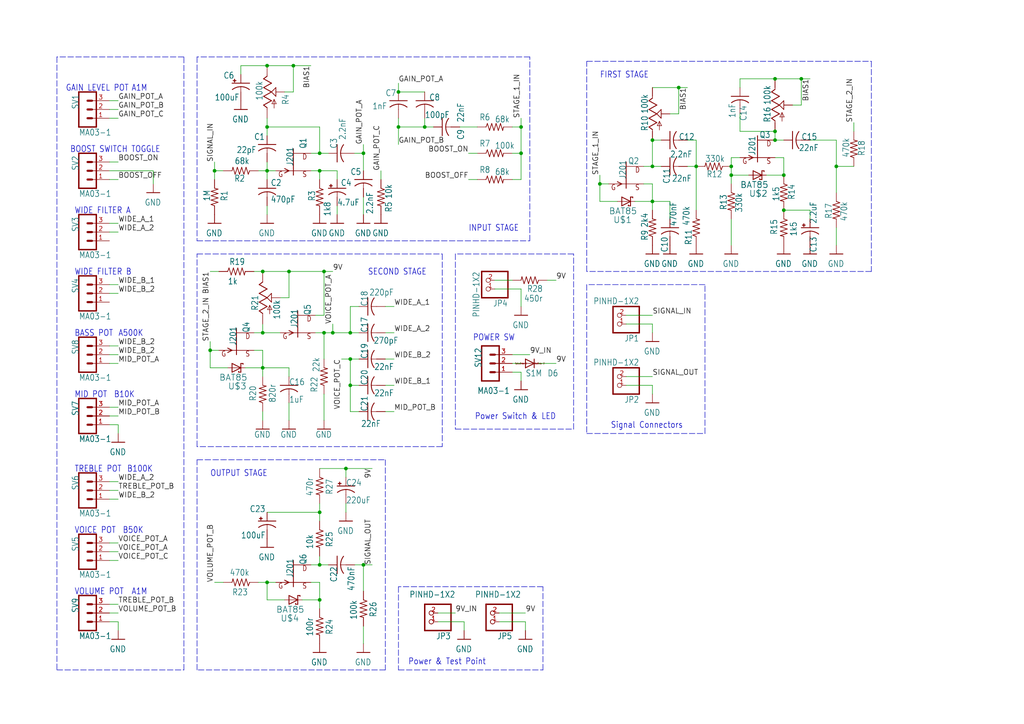
<source format=kicad_sch>
(kicad_sch (version 20211123) (generator eeschema)
  (paper "A4")
  (title_block (title "Pitch Black Forest") (date "2018-09-30") (rev "1") (company "Mustafa Serhat Urtis"))
  (junction (at 173.99 53.34))
  (junction (at 227.33 50.8))
  (junction (at 92.71 163.83))
  (junction (at 224.79 22.86))
  (junction (at 224.79 40.64))
  (junction (at 83.82 78.74))
  (junction (at 242.57 48.26))
  (junction (at 189.23 40.64))
  (junction (at 115.57 36.83))
  (junction (at 189.23 48.26))
  (junction (at 93.98 78.74))
  (junction (at 151.13 36.83))
  (junction (at 189.23 58.42))
  (junction (at 92.71 44.45))
  (junction (at 201.93 48.26))
  (junction (at 76.2 106.68))
  (junction (at 92.71 148.59))
  (junction (at 96.52 96.52))
  (junction (at 212.09 48.26))
  (junction (at 77.47 19.05))
  (junction (at 151.13 44.45))
  (junction (at 232.41 22.86))
  (junction (at 77.47 36.83))
  (junction (at 196.85 25.4))
  (junction (at 85.09 19.05))
  (junction (at 115.57 26.67))
  (junction (at 100.33 135.89))
  (junction (at 76.2 96.52))
  (junction (at 227.33 60.96))
  (junction (at 77.47 49.53))
  (junction (at 93.98 96.52))
  (junction (at 62.23 49.53))
  (junction (at 105.41 163.83))
  (junction (at 76.2 78.74))
  (junction (at 92.71 49.53))
  (junction (at 101.6 96.52))
  (junction (at 77.47 168.91))
  (junction (at 224.79 38.1))
  (junction (at 101.6 111.76))
  (junction (at 92.71 173.99))
  (junction (at 212.09 50.8))
  (junction (at 105.41 44.45))
  (junction (at 101.6 104.14))
  (junction (at 60.96 101.6))
  (junction (at 123.19 36.83))
  (wire (pts (xy 73.66 78.74) (xy 76.2 78.74)))
  (wire (pts (xy 201.93 60.96) (xy 201.93 48.26)))
  (wire (pts (xy 156.21 105.41) (xy 161.29 105.41)))
  (polyline (pts (xy 153.67 16.51) (xy 57.15 16.51)))
  (wire (pts (xy 76.2 101.6) (xy 73.66 101.6)))
  (wire (pts (xy 224.79 45.72) (xy 227.33 45.72)))
  (wire (pts (xy 31.75 162.56) (xy 34.29 162.56)))
  (wire (pts (xy 93.98 96.52) (xy 96.52 96.52)))
  (wire (pts (xy 224.79 38.1) (xy 224.79 40.64)))
  (wire (pts (xy 31.75 52.07) (xy 34.29 52.07)))
  (wire (pts (xy 31.75 34.29) (xy 34.29 34.29)))
  (wire (pts (xy 212.09 71.12) (xy 212.09 63.5)))
  (wire (pts (xy 90.17 44.45) (xy 92.71 44.45)))
  (wire (pts (xy 77.47 36.83) (xy 92.71 36.83)))
  (wire (pts (xy 115.57 36.83) (xy 115.57 34.29)))
  (wire (pts (xy 232.41 22.86) (xy 234.95 22.86)))
  (polyline (pts (xy 170.18 82.55) (xy 170.18 125.73)))
  (wire (pts (xy 101.6 111.76) (xy 104.14 111.76)))
  (wire (pts (xy 83.82 86.36) (xy 81.28 86.36)))
  (polyline (pts (xy 128.27 129.54) (xy 57.15 129.54)))
  (wire (pts (xy 76.2 106.68) (xy 76.2 101.6)))
  (wire (pts (xy 31.75 157.48) (xy 34.29 157.48)))
  (wire (pts (xy 76.2 78.74) (xy 83.82 78.74)))
  (wire (pts (xy 186.69 53.34) (xy 189.23 53.34)))
  (wire (pts (xy 104.14 88.9) (xy 101.6 88.9)))
  (wire (pts (xy 96.52 96.52) (xy 96.52 93.98)))
  (wire (pts (xy 173.99 53.34) (xy 173.99 50.8)))
  (wire (pts (xy 93.98 78.74) (xy 96.52 78.74)))
  (wire (pts (xy 217.17 50.8) (xy 212.09 50.8)))
  (wire (pts (xy 74.93 49.53) (xy 77.47 49.53)))
  (wire (pts (xy 31.75 49.53) (xy 44.45 49.53)))
  (polyline (pts (xy 166.37 73.66) (xy 132.08 73.66)))
  (wire (pts (xy 102.87 163.83) (xy 105.41 163.83)))
  (wire (pts (xy 31.75 85.09) (xy 34.29 85.09)))
  (polyline (pts (xy 111.76 194.31) (xy 57.15 194.31)))
  (polyline (pts (xy 57.15 69.85) (xy 153.67 69.85)))
  (wire (pts (xy 92.71 148.59) (xy 92.71 151.13)))
  (wire (pts (xy 82.55 173.99) (xy 77.47 173.99)))
  (wire (pts (xy 123.19 26.67) (xy 115.57 26.67)))
  (wire (pts (xy 62.23 52.07) (xy 62.23 49.53)))
  (wire (pts (xy 143.51 81.28) (xy 148.59 81.28)))
  (wire (pts (xy 133.35 36.83) (xy 138.43 36.83)))
  (wire (pts (xy 181.61 93.98) (xy 189.23 93.98)))
  (wire (pts (xy 77.47 19.05) (xy 69.85 19.05)))
  (wire (pts (xy 77.47 168.91) (xy 80.01 168.91)))
  (wire (pts (xy 105.41 163.83) (xy 105.41 171.45)))
  (polyline (pts (xy 153.67 69.85) (xy 153.67 16.51)))
  (polyline (pts (xy 53.34 194.31) (xy 53.34 16.51)))
  (wire (pts (xy 115.57 26.67) (xy 115.57 24.13)))
  (wire (pts (xy 31.75 175.26) (xy 34.29 175.26)))
  (wire (pts (xy 247.65 48.26) (xy 242.57 48.26)))
  (wire (pts (xy 148.59 102.87) (xy 153.67 102.87)))
  (wire (pts (xy 181.61 91.44) (xy 189.23 91.44)))
  (wire (pts (xy 173.99 58.42) (xy 179.07 58.42)))
  (wire (pts (xy 189.23 40.64) (xy 189.23 48.26)))
  (polyline (pts (xy 170.18 17.78) (xy 252.73 17.78)))
  (wire (pts (xy 83.82 109.22) (xy 83.82 106.68)))
  (wire (pts (xy 242.57 48.26) (xy 242.57 55.88)))
  (wire (pts (xy 151.13 36.83) (xy 151.13 44.45)))
  (wire (pts (xy 111.76 111.76) (xy 114.3 111.76)))
  (wire (pts (xy 92.71 44.45) (xy 95.25 44.45)))
  (polyline (pts (xy 128.27 73.66) (xy 128.27 129.54)))
  (polyline (pts (xy 115.57 170.18) (xy 115.57 194.31)))
  (wire (pts (xy 85.09 26.67) (xy 85.09 19.05)))
  (wire (pts (xy 77.47 49.53) (xy 80.01 49.53)))
  (wire (pts (xy 31.75 180.34) (xy 34.29 180.34)))
  (wire (pts (xy 31.75 100.33) (xy 34.29 100.33)))
  (polyline (pts (xy 204.47 125.73) (xy 204.47 82.55)))
  (wire (pts (xy 127 180.34) (xy 134.62 180.34)))
  (wire (pts (xy 234.95 60.96) (xy 234.95 63.5)))
  (wire (pts (xy 111.76 88.9) (xy 114.3 88.9)))
  (wire (pts (xy 152.4 180.34) (xy 152.4 182.88)))
  (wire (pts (xy 125.73 36.83) (xy 123.19 36.83)))
  (wire (pts (xy 101.6 96.52) (xy 104.14 96.52)))
  (wire (pts (xy 31.75 142.24) (xy 34.29 142.24)))
  (wire (pts (xy 31.75 46.99) (xy 34.29 46.99)))
  (wire (pts (xy 100.33 135.89) (xy 107.95 135.89)))
  (wire (pts (xy 31.75 139.7) (xy 34.29 139.7)))
  (wire (pts (xy 69.85 19.05) (xy 69.85 21.59)))
  (wire (pts (xy 212.09 45.72) (xy 214.63 45.72)))
  (wire (pts (xy 83.82 78.74) (xy 83.82 86.36)))
  (wire (pts (xy 148.59 52.07) (xy 151.13 52.07)))
  (wire (pts (xy 92.71 146.05) (xy 92.71 148.59)))
  (wire (pts (xy 184.15 58.42) (xy 189.23 58.42)))
  (wire (pts (xy 201.93 48.26) (xy 199.39 48.26)))
  (wire (pts (xy 191.77 40.64) (xy 189.23 40.64)))
  (wire (pts (xy 148.59 105.41) (xy 151.13 105.41)))
  (wire (pts (xy 85.09 19.05) (xy 90.17 19.05)))
  (wire (pts (xy 127 177.8) (xy 132.08 177.8)))
  (wire (pts (xy 60.96 101.6) (xy 63.5 101.6)))
  (wire (pts (xy 176.53 53.34) (xy 173.99 53.34)))
  (wire (pts (xy 222.25 50.8) (xy 227.33 50.8)))
  (wire (pts (xy 64.77 168.91) (xy 62.23 168.91)))
  (wire (pts (xy 96.52 96.52) (xy 101.6 96.52)))
  (wire (pts (xy 214.63 25.4) (xy 214.63 22.86)))
  (wire (pts (xy 92.71 173.99) (xy 92.71 176.53)))
  (wire (pts (xy 92.71 148.59) (xy 77.47 148.59)))
  (wire (pts (xy 77.47 59.69) (xy 77.47 62.23)))
  (wire (pts (xy 123.19 34.29) (xy 123.19 36.83)))
  (wire (pts (xy 62.23 49.53) (xy 62.23 46.99)))
  (wire (pts (xy 227.33 60.96) (xy 234.95 60.96)))
  (polyline (pts (xy 170.18 78.74) (xy 170.18 17.78)))
  (wire (pts (xy 105.41 163.83) (xy 107.95 163.83)))
  (wire (pts (xy 90.17 49.53) (xy 92.71 49.53)))
  (polyline (pts (xy 204.47 82.55) (xy 170.18 82.55)))
  (wire (pts (xy 151.13 107.95) (xy 151.13 110.49)))
  (wire (pts (xy 242.57 40.64) (xy 242.57 48.26)))
  (wire (pts (xy 189.23 58.42) (xy 189.23 60.96)))
  (wire (pts (xy 76.2 93.98) (xy 76.2 96.52)))
  (wire (pts (xy 74.93 168.91) (xy 77.47 168.91)))
  (polyline (pts (xy 157.48 194.31) (xy 157.48 170.18)))
  (wire (pts (xy 104.14 119.38) (xy 101.6 119.38)))
  (wire (pts (xy 144.78 177.8) (xy 152.4 177.8)))
  (wire (pts (xy 214.63 22.86) (xy 224.79 22.86)))
  (wire (pts (xy 158.75 81.28) (xy 161.29 81.28)))
  (wire (pts (xy 247.65 38.1) (xy 247.65 35.56)))
  (wire (pts (xy 229.87 30.48) (xy 232.41 30.48)))
  (polyline (pts (xy 132.08 124.46) (xy 166.37 124.46)))
  (wire (pts (xy 232.41 22.86) (xy 224.79 22.86)))
  (wire (pts (xy 148.59 107.95) (xy 151.13 107.95)))
  (wire (pts (xy 143.51 83.82) (xy 151.13 83.82)))
  (wire (pts (xy 31.75 177.8) (xy 34.29 177.8)))
  (wire (pts (xy 31.75 123.19) (xy 34.29 123.19)))
  (wire (pts (xy 189.23 111.76) (xy 189.23 114.3)))
  (polyline (pts (xy 132.08 73.66) (xy 132.08 124.46)))
  (wire (pts (xy 91.44 96.52) (xy 93.98 96.52)))
  (wire (pts (xy 144.78 180.34) (xy 152.4 180.34)))
  (wire (pts (xy 212.09 50.8) (xy 212.09 48.26)))
  (wire (pts (xy 66.04 106.68) (xy 60.96 106.68)))
  (wire (pts (xy 91.44 91.44) (xy 93.98 91.44)))
  (wire (pts (xy 111.76 96.52) (xy 114.3 96.52)))
  (polyline (pts (xy 115.57 194.31) (xy 157.48 194.31)))
  (wire (pts (xy 111.76 104.14) (xy 114.3 104.14)))
  (wire (pts (xy 151.13 44.45) (xy 148.59 44.45)))
  (polyline (pts (xy 57.15 129.54) (xy 57.15 73.66)))
  (wire (pts (xy 189.23 25.4) (xy 196.85 25.4)))
  (wire (pts (xy 97.79 49.53) (xy 97.79 52.07)))
  (wire (pts (xy 90.17 163.83) (xy 92.71 163.83)))
  (wire (pts (xy 101.6 104.14) (xy 99.06 104.14)))
  (wire (pts (xy 134.62 180.34) (xy 134.62 182.88)))
  (wire (pts (xy 85.09 19.05) (xy 77.47 19.05)))
  (wire (pts (xy 101.6 119.38) (xy 101.6 111.76)))
  (wire (pts (xy 189.23 53.34) (xy 189.23 58.42)))
  (wire (pts (xy 93.98 78.74) (xy 83.82 78.74)))
  (wire (pts (xy 77.47 173.99) (xy 77.47 168.91)))
  (wire (pts (xy 31.75 29.21) (xy 34.29 29.21)))
  (polyline (pts (xy 252.73 17.78) (xy 252.73 78.74)))
  (wire (pts (xy 111.76 119.38) (xy 114.3 119.38)))
  (wire (pts (xy 31.75 102.87) (xy 34.29 102.87)))
  (wire (pts (xy 92.71 49.53) (xy 97.79 49.53)))
  (wire (pts (xy 151.13 83.82) (xy 151.13 88.9)))
  (wire (pts (xy 77.47 52.07) (xy 77.47 49.53)))
  (wire (pts (xy 100.33 135.89) (xy 100.33 138.43)))
  (wire (pts (xy 92.71 49.53) (xy 92.71 52.07)))
  (wire (pts (xy 138.43 52.07) (xy 135.89 52.07)))
  (wire (pts (xy 60.96 106.68) (xy 60.96 101.6)))
  (wire (pts (xy 92.71 168.91) (xy 92.71 173.99)))
  (polyline (pts (xy 111.76 133.35) (xy 111.76 194.31)))
  (wire (pts (xy 101.6 88.9) (xy 101.6 96.52)))
  (wire (pts (xy 44.45 49.53) (xy 44.45 53.34)))
  (wire (pts (xy 105.41 44.45) (xy 105.41 49.53)))
  (polyline (pts (xy 157.48 170.18) (xy 115.57 170.18)))
  (polyline (pts (xy 57.15 16.51) (xy 57.15 69.85)))
  (polyline (pts (xy 170.18 125.73) (xy 204.47 125.73)))
  (polyline (pts (xy 16.51 194.31) (xy 53.34 194.31)))
  (wire (pts (xy 181.61 111.76) (xy 189.23 111.76)))
  (wire (pts (xy 196.85 25.4) (xy 199.39 25.4)))
  (wire (pts (xy 71.12 106.68) (xy 76.2 106.68)))
  (wire (pts (xy 93.98 96.52) (xy 93.98 104.14)))
  (wire (pts (xy 83.82 106.68) (xy 76.2 106.68)))
  (wire (pts (xy 105.41 44.45) (xy 105.41 41.91)))
  (wire (pts (xy 77.47 36.83) (xy 77.47 34.29)))
  (polyline (pts (xy 166.37 124.46) (xy 166.37 73.66)))
  (wire (pts (xy 212.09 48.26) (xy 212.09 45.72)))
  (wire (pts (xy 123.19 36.83) (xy 115.57 36.83)))
  (wire (pts (xy 31.75 64.77) (xy 34.29 64.77)))
  (wire (pts (xy 194.31 58.42) (xy 194.31 63.5)))
  (wire (pts (xy 100.33 146.05) (xy 100.33 148.59)))
  (wire (pts (xy 101.6 104.14) (xy 101.6 111.76)))
  (wire (pts (xy 234.95 40.64) (xy 242.57 40.64)))
  (wire (pts (xy 227.33 45.72) (xy 227.33 50.8)))
  (polyline (pts (xy 252.73 78.74) (xy 170.18 78.74)))
  (wire (pts (xy 31.75 31.75) (xy 34.29 31.75)))
  (wire (pts (xy 87.63 173.99) (xy 92.71 173.99)))
  (wire (pts (xy 102.87 44.45) (xy 105.41 44.45)))
  (wire (pts (xy 242.57 71.12) (xy 242.57 66.04)))
  (wire (pts (xy 31.75 82.55) (xy 34.29 82.55)))
  (wire (pts (xy 148.59 36.83) (xy 151.13 36.83)))
  (wire (pts (xy 151.13 36.83) (xy 151.13 34.29)))
  (polyline (pts (xy 16.51 16.51) (xy 16.51 194.31)))
  (wire (pts (xy 214.63 38.1) (xy 224.79 38.1)))
  (wire (pts (xy 93.98 91.44) (xy 93.98 78.74)))
  (wire (pts (xy 199.39 40.64) (xy 201.93 40.64)))
  (wire (pts (xy 31.75 144.78) (xy 34.29 144.78)))
  (wire (pts (xy 189.23 93.98) (xy 189.23 96.52)))
  (wire (pts (xy 92.71 36.83) (xy 92.71 44.45)))
  (wire (pts (xy 63.5 78.74) (xy 60.96 78.74)))
  (wire (pts (xy 173.99 53.34) (xy 173.99 58.42)))
  (wire (pts (xy 93.98 114.3) (xy 93.98 121.92)))
  (wire (pts (xy 92.71 163.83) (xy 95.25 163.83)))
  (wire (pts (xy 77.47 46.99) (xy 77.47 49.53)))
  (wire (pts (xy 31.75 105.41) (xy 34.29 105.41)))
  (wire (pts (xy 34.29 180.34) (xy 34.29 182.88)))
  (wire (pts (xy 92.71 135.89) (xy 100.33 135.89)))
  (wire (pts (xy 189.23 48.26) (xy 191.77 48.26)))
  (wire (pts (xy 224.79 40.64) (xy 227.33 40.64)))
  (wire (pts (xy 189.23 58.42) (xy 194.31 58.42)))
  (wire (pts (xy 105.41 181.61) (xy 105.41 186.69)))
  (wire (pts (xy 138.43 44.45) (xy 135.89 44.45)))
  (wire (pts (xy 92.71 161.29) (xy 92.71 163.83)))
  (wire (pts (xy 214.63 33.02) (xy 214.63 38.1)))
  (wire (pts (xy 82.55 26.67) (xy 85.09 26.67)))
  (wire (pts (xy 76.2 109.22) (xy 76.2 106.68)))
  (wire (pts (xy 181.61 109.22) (xy 189.23 109.22)))
  (wire (pts (xy 105.41 57.15) (xy 105.41 62.23)))
  (wire (pts (xy 31.75 118.11) (xy 34.29 118.11)))
  (wire (pts (xy 76.2 119.38) (xy 76.2 121.92)))
  (wire (pts (xy 97.79 59.69) (xy 97.79 62.23)))
  (wire (pts (xy 212.09 53.34) (xy 212.09 50.8)))
  (wire (pts (xy 110.49 52.07) (xy 110.49 49.53)))
  (wire (pts (xy 31.75 120.65) (xy 34.29 120.65)))
  (wire (pts (xy 31.75 67.31) (xy 34.29 67.31)))
  (wire (pts (xy 104.14 104.14) (xy 101.6 104.14)))
  (wire (pts (xy 186.69 48.26) (xy 189.23 48.26)))
  (wire (pts (xy 196.85 33.02) (xy 194.31 33.02)))
  (polyline (pts (xy 57.15 133.35) (xy 111.76 133.35)))
  (wire (pts (xy 90.17 168.91) (xy 92.71 168.91)))
  (wire (pts (xy 34.29 123.19) (xy 34.29 125.73)))
  (wire (pts (xy 76.2 96.52) (xy 81.28 96.52)))
  (wire (pts (xy 77.47 39.37) (xy 77.47 36.83)))
  (wire (pts (xy 31.75 160.02) (xy 34.29 160.02)))
  (wire (pts (xy 115.57 41.91) (xy 115.57 36.83)))
  (wire (pts (xy 73.66 96.52) (xy 76.2 96.52)))
  (polyline (pts (xy 53.34 16.51) (xy 16.51 16.51)))
  (wire (pts (xy 83.82 116.84) (xy 83.82 121.92)))
  (polyline (pts (xy 57.15 73.66) (xy 128.27 73.66)))
  (polyline (pts (xy 57.15 194.31) (xy 57.15 133.35)))
  (wire (pts (xy 201.93 40.64) (xy 201.93 48.26)))
  (wire (pts (xy 232.41 30.48) (xy 232.41 22.86)))
  (wire (pts (xy 196.85 25.4) (xy 196.85 33.02)))
  (wire (pts (xy 60.96 101.6) (xy 60.96 99.06)))
  (wire (pts (xy 62.23 49.53) (xy 64.77 49.53)))
  (wire (pts (xy 151.13 52.07) (xy 151.13 44.45)))
  (text "Signal Connectors" (at 198.12 124.46 180) (effects (font (size 1.778 1.5113)) (justify right bottom)))
  (text "TREBLE POT" (at 21.59 137.16 180) (effects (font (size 1.778 1.5113)) (justify left bottom)))
  (text "FIRST STAGE" (at 173.99 22.86 180) (effects (font (size 1.778 1.5113)) (justify left bottom)))
  (text "B50K" (at 35.56 154.94 180) (effects (font (size 1.778 1.5113)) (justify left bottom)))
  (text "BASS POT" (at 21.59 97.79 180) (effects (font (size 1.778 1.5113)) (justify left bottom)))
  (text "WIDE FILTER A" (at 21.59 62.23 180) (effects (font (size 1.778 1.5113)) (justify left bottom)))
  (text "VOLUME POT" (at 21.59 172.72 180) (effects (font (size 1.778 1.5113)) (justify left bottom)))
  (text "A1M" (at 38.1 172.72 180) (effects (font (size 1.778 1.5113)) (justify left bottom)))
  (text "VOICE POT" (at 21.59 154.94 180) (effects (font (size 1.778 1.5113)) (justify left bottom)))
  (text "A1M" (at 38.1 26.67 180) (effects (font (size 1.778 1.5113)) (justify left bottom)))
  (text "GAIN LEVEL POT" (at 19.05 26.67 180) (effects (font (size 1.778 1.5113)) (justify left bottom)))
  (text "SECOND STAGE" (at 106.68 80.01 180) (effects (font (size 1.778 1.5113)) (justify left bottom)))
  (text "B100K" (at 36.83 137.16 180) (effects (font (size 1.778 1.5113)) (justify left bottom)))
  (text "A500K" (at 34.29 97.79 180) (effects (font (size 1.778 1.5113)) (justify left bottom)))
  (text "MID POT" (at 21.59 115.57 180) (effects (font (size 1.778 1.5113)) (justify left bottom)))
  (text "Power & Test Point" (at 140.97 193.04 180) (effects (font (size 1.778 1.5113)) (justify right bottom)))
  (text "OUTPUT STAGE" (at 60.96 138.43 180) (effects (font (size 1.778 1.5113)) (justify left bottom)))
  (text "Power Switch & LED" (at 161.29 121.92 180) (effects (font (size 1.778 1.5113)) (justify right bottom)))
  (text "POWER SW" (at 137.16 99.06 180) (effects (font (size 1.778 1.5113)) (justify left bottom)))
  (text "BOOST SWITCH TOGGLE" (at 20.32 44.45 180) (effects (font (size 1.778 1.5113)) (justify left bottom)))
  (text "INPUT STAGE" (at 135.89 67.31 180) (effects (font (size 1.778 1.5113)) (justify left bottom)))
  (text "WIDE FILTER B" (at 21.59 80.01 180) (effects (font (size 1.778 1.5113)) (justify left bottom)))
  (text "B10K" (at 33.02 115.57 180) (effects (font (size 1.778 1.5113)) (justify left bottom)))
  (label "SIGNAL_OUT" (at 189.23 109.22 0) (effects (font (size 1.5 1.5))))
  (label "WIDE_B_2" (at 34.29 144.78 0) (effects (font (size 1.5 1.5))))
  (label "MID_POT_B" (at 34.29 120.65 0) (effects (font (size 1.5 1.5))))
  (label "GAIN_POT_A" (at 105.41 41.91 90) (effects (font (size 1.5 1.5))))
  (label "VOLUME_POT_B" (at 62.23 168.91 90) (effects (font (size 1.5 1.5))))
  (label "GAIN_POT_B" (at 115.57 41.91 0) (effects (font (size 1.5 1.5))))
  (label "BOOST_ON" (at 34.29 46.99 0) (effects (font (size 1.5 1.5))))
  (label "TREBLE_POT_B" (at 34.29 175.26 0) (effects (font (size 1.5 1.5))))
  (label "WIDE_A_2" (at 114.3 96.52 0) (effects (font (size 1.5 1.5))))
  (label "TREBLE_POT_B" (at 34.29 142.24 0) (effects (font (size 1.5 1.5))))
  (label "9V" (at 161.29 105.41 0) (effects (font (size 1.5 1.5))))
  (label "BIAS1" (at 60.96 78.74 270) (effects (font (size 1.5 1.5))))
  (label "9V_IN" (at 153.67 102.87 0) (effects (font (size 1.5 1.5))))
  (label "BOOST_ON" (at 135.89 44.45 180) (effects (font (size 1.5 1.5))))
  (label "SIGNAL_OUT" (at 107.95 163.83 90) (effects (font (size 1.5 1.5))))
  (label "BOOST_OFF" (at 135.89 52.07 180) (effects (font (size 1.5 1.5))))
  (label "VOICE_POT_A" (at 34.29 160.02 0) (effects (font (size 1.5 1.5))))
  (label "MID_POT_A" (at 34.29 118.11 0) (effects (font (size 1.5 1.5))))
  (label "STAGE_1_IN" (at 173.99 50.8 90) (effects (font (size 1.5 1.5))))
  (label "WIDE_A_1" (at 114.3 88.9 0) (effects (font (size 1.5 1.5))))
  (label "GAIN_POT_C" (at 34.29 34.29 0) (effects (font (size 1.5 1.5))))
  (label "STAGE_2_IN" (at 60.96 99.06 90) (effects (font (size 1.5 1.5))))
  (label "GAIN_POT_A" (at 115.57 24.13 0) (effects (font (size 1.5 1.5))))
  (label "WIDE_A_2" (at 34.29 139.7 0) (effects (font (size 1.5 1.5))))
  (label "STAGE_2_IN" (at 247.65 35.56 90) (effects (font (size 1.5 1.5))))
  (label "WIDE_A_2" (at 34.29 67.31 0) (effects (font (size 1.5 1.5))))
  (label "GAIN_POT_B" (at 34.29 31.75 0) (effects (font (size 1.5 1.5))))
  (label "VOICE_POT_A" (at 34.29 157.48 0) (effects (font (size 1.5 1.5))))
  (label "9V" (at 161.29 81.28 0) (effects (font (size 1.5 1.5))))
  (label "WIDE_B_2" (at 34.29 102.87 0) (effects (font (size 1.5 1.5))))
  (label "SIGNAL_IN" (at 189.23 91.44 0) (effects (font (size 1.5 1.5))))
  (label "9V" (at 152.4 177.8 0) (effects (font (size 1.5 1.5))))
  (label "BOOST_OFF" (at 34.29 52.07 0) (effects (font (size 1.5 1.5))))
  (label "VOICE_POT_C" (at 34.29 162.56 0) (effects (font (size 1.5 1.5))))
  (label "9V" (at 96.52 78.74 0) (effects (font (size 1.5 1.5))))
  (label "VOICE_POT_C" (at 99.06 104.14 270) (effects (font (size 1.5 1.5))))
  (label "WIDE_B_2" (at 34.29 85.09 0) (effects (font (size 1.5 1.5))))
  (label "WIDE_B_1" (at 114.3 111.76 0) (effects (font (size 1.5 1.5))))
  (label "GAIN_POT_A" (at 34.29 29.21 0) (effects (font (size 1.5 1.5))))
  (label "GAIN_POT_C" (at 110.49 49.53 90) (effects (font (size 1.5 1.5))))
  (label "BIAS1" (at 90.17 19.05 270) (effects (font (size 1.5 1.5))))
  (label "MID_POT_A" (at 34.29 105.41 0) (effects (font (size 1.5 1.5))))
  (label "VOLUME_POT_B" (at 34.29 177.8 0) (effects (font (size 1.5 1.5))))
  (label "BIAS1" (at 234.95 22.86 270) (effects (font (size 1.5 1.5))))
  (label "STAGE_1_IN" (at 151.13 34.29 90) (effects (font (size 1.5 1.5))))
  (label "MID_POT_B" (at 114.3 119.38 0) (effects (font (size 1.5 1.5))))
  (label "SIGNAL_IN" (at 62.23 46.99 90) (effects (font (size 1.5 1.5))))
  (label "WIDE_B_2" (at 114.3 104.14 0) (effects (font (size 1.5 1.5))))
  (label "9V" (at 107.95 135.89 270) (effects (font (size 1.5 1.5))))
  (label "WIDE_A_1" (at 34.29 64.77 0) (effects (font (size 1.5 1.5))))
  (label "BIAS1" (at 199.39 25.4 270) (effects (font (size 1.5 1.5))))
  (label "VOICE_POT_A" (at 96.52 93.98 90) (effects (font (size 1.5 1.5))))
  (label "9V_IN" (at 132.08 177.8 0) (effects (font (size 1.5 1.5))))
  (label "WIDE_B_1" (at 34.29 82.55 0) (effects (font (size 1.5 1.5))))
  (label "WIDE_B_2" (at 34.29 100.33 0) (effects (font (size 1.5 1.5))))
  (symbol (lib_id "pitch_black_forest_v01-eagle-import:BAT85") (at 219.71 50.8 0) (unit 1)
    (property "Reference" "U$2" (at 217.17 57.15 0) (effects (font (size 1.778 1.778)) (justify left bottom)))
    (property "Value" "BAT85" (at 214.63 54.61 0) (effects (font (size 1.778 1.778)) (justify left bottom)))
    (property "Footprint" "SOD68" (effects hide))
  )
  (symbol (lib_id "pitch_black_forest_v01-eagle-import:MA03-1") (at 24.13 85.09 0) (unit 1)
    (property "Reference" "SV4" (at 22.86 85.09 90) (effects (font (size 1.778 1.5113)) (justify left bottom)))
    (property "Value" "MA03-1" (at 22.86 92.71 0) (effects (font (size 1.778 1.5113)) (justify left bottom)))
    (property "Footprint" "MA03-1" (effects hide))
  )
  (symbol (lib_id "pitch_black_forest_v01-eagle-import:CPOL-USUD-10X10") (at 100.33 140.97 0) (unit 1)
    (property "Reference" "C24" (at 100.33 140.97 0) (effects (font (size 1.778 1.5113)) (justify left bottom)))
    (property "Value" "220uF" (at 100.33 146.05 0) (effects (font (size 1.778 1.5113)) (justify left bottom)))
    (property "Footprint" "UD-10X10_NICHICON" (effects hide))
  )
  (symbol (lib_id "pitch_black_forest_v01-eagle-import:GND") (at 134.62 185.42 0) (unit 1)
    (property "Reference" "#GND027" (effects hide))
    (property "Value" "GND" (at 132.08 189.23 0) (effects (font (size 1.778 1.5113)) (justify left bottom)))
  )
  (symbol (lib_id "pitch_black_forest_v01-eagle-import:GND") (at 97.79 64.77 0) (unit 1)
    (property "Reference" "#GND04" (effects hide))
    (property "Value" "GND" (at 95.25 68.58 0) (effects (font (size 1.778 1.5113)) (justify left bottom)))
  )
  (symbol (lib_id "pitch_black_forest_v01-eagle-import:R-US_R0805") (at 143.51 44.45 0) (unit 1)
    (property "Reference" "R7" (at 142.24 40.64 0) (effects (font (size 1.778 1.5113)) (justify right top)))
    (property "Value" "100k" (at 143.51 43.18 0) (effects (font (size 1.778 1.5113)) (justify left bottom)))
    (property "Footprint" "R0805" (effects hide))
  )
  (symbol (lib_id "pitch_black_forest_v01-eagle-import:R-US_R0805") (at 189.23 66.04 90) (unit 1)
    (property "Reference" "R9" (at 187.96 69.85 0) (effects (font (size 1.778 1.5113)) (justify left bottom)))
    (property "Value" "2k4" (at 187.96 66.04 0) (effects (font (size 1.778 1.5113)) (justify left bottom)))
    (property "Footprint" "R0805" (effects hide))
  )
  (symbol (lib_id "pitch_black_forest_v01-eagle-import:?20J") (at 86.36 93.98 0) (unit 1)
    (property "Reference" "Q5" (at 90.17 91.44 90) (effects (font (size 1.778 1.5113)) (justify left bottom)))
    (property "Value" "J201" (at 86.36 95.25 90) (effects (font (size 1.778 1.5113)) (justify left bottom)))
    (property "Footprint" "TO92" (effects hide))
  )
  (symbol (lib_id "pitch_black_forest_v01-eagle-import:?20J") (at 219.71 43.18 0) (unit 1)
    (property "Reference" "Q3" (at 223.52 38.1 0) (effects (font (size 1.778 1.5113)) (justify right top)))
    (property "Value" "J201" (at 217.17 39.37 90) (effects (font (size 1.778 1.5113)) (justify right top)))
    (property "Footprint" "TO92" (effects hide))
  )
  (symbol (lib_id "pitch_black_forest_v01-eagle-import:R-US_R0805") (at 69.85 49.53 180) (unit 1)
    (property "Reference" "R2" (at 71.12 50.8 0) (effects (font (size 1.778 1.5113)) (justify left bottom)))
    (property "Value" "68k" (at 72.39 45.72 0) (effects (font (size 1.778 1.5113)) (justify left bottom)))
    (property "Footprint" "R0805" (effects hide))
  )
  (symbol (lib_id "pitch_black_forest_v01-eagle-import:GND") (at 152.4 185.42 0) (unit 1)
    (property "Reference" "#GND028" (effects hide))
    (property "Value" "GND" (at 149.86 189.23 0) (effects (font (size 1.778 1.5113)) (justify left bottom)))
  )
  (symbol (lib_id "pitch_black_forest_v01-eagle-import:C-USC0805") (at 194.31 48.26 90) (unit 1)
    (property "Reference" "C11" (at 194.31 53.34 0) (effects (font (size 1.778 1.5113)) (justify left bottom)))
    (property "Value" "22nF" (at 200.66 50.8 90) (effects (font (size 1.778 1.5113)) (justify left bottom)))
    (property "Footprint" "C0805" (effects hide))
  )
  (symbol (lib_id "pitch_black_forest_v01-eagle-import:BAT85") (at 85.09 173.99 0) (unit 1)
    (property "Reference" "U$4" (at 81.28 180.34 0) (effects (font (size 1.778 1.778)) (justify left bottom)))
    (property "Value" "BAT85" (at 80.01 177.8 0) (effects (font (size 1.778 1.778)) (justify left bottom)))
    (property "Footprint" "SOD68" (effects hide))
  )
  (symbol (lib_id "pitch_black_forest_v01-eagle-import:GND") (at 189.23 116.84 0) (unit 1)
    (property "Reference" "#GND025" (effects hide))
    (property "Value" "GND" (at 186.69 120.65 0) (effects (font (size 1.778 1.5113)) (justify left bottom)))
  )
  (symbol (lib_id "pitch_black_forest_v01-eagle-import:C-USC0805") (at 97.79 163.83 90) (unit 1)
    (property "Reference" "C22" (at 97.79 168.91 0) (effects (font (size 1.778 1.5113)) (justify left bottom)))
    (property "Value" "470nF" (at 102.87 171.45 0) (effects (font (size 1.778 1.5113)) (justify left bottom)))
    (property "Footprint" "C0805" (effects hide))
  )
  (symbol (lib_id "pitch_black_forest_v01-eagle-import:GND") (at 194.31 73.66 0) (unit 1)
    (property "Reference" "#GND010" (effects hide))
    (property "Value" "GND" (at 191.77 77.47 0) (effects (font (size 1.778 1.5113)) (justify left bottom)))
  )
  (symbol (lib_id "pitch_black_forest_v01-eagle-import:GND") (at 77.47 158.75 0) (unit 1)
    (property "Reference" "#GND021" (effects hide))
    (property "Value" "GND" (at 74.93 162.56 0) (effects (font (size 1.778 1.5113)) (justify left bottom)))
  )
  (symbol (lib_id "pitch_black_forest_v01-eagle-import:PINHD-1X2") (at 124.46 177.8 180) (unit 1)
    (property "Reference" "JP3" (at 130.81 183.515 0) (effects (font (size 1.778 1.5113)) (justify left bottom)))
    (property "Value" "PINHD-1X2" (at 132.08 171.45 0) (effects (font (size 1.778 1.5113)) (justify left bottom)))
    (property "Footprint" "1X02" (effects hide))
  )
  (symbol (lib_id "pitch_black_forest_v01-eagle-import:C-USC0805") (at 229.87 40.64 90) (unit 1)
    (property "Reference" "C15" (at 232.41 40.64 90) (effects (font (size 1.778 1.5113)) (justify right top)))
    (property "Value" "22nF" (at 237.49 41.91 90) (effects (font (size 1.778 1.5113)) (justify left bottom)))
    (property "Footprint" "C0805" (effects hide))
  )
  (symbol (lib_id "pitch_black_forest_v01-eagle-import:C-USC0805") (at 115.57 29.21 0) (unit 1)
    (property "Reference" "C7" (at 111.76 27.94 0) (effects (font (size 1.778 1.5113)) (justify left bottom)))
    (property "Value" "1nF" (at 107.95 31.75 0) (effects (font (size 1.778 1.5113)) (justify left bottom)))
    (property "Footprint" "C0805" (effects hide))
  )
  (symbol (lib_id "pitch_black_forest_v01-eagle-import:?20J") (at 181.61 50.8 0) (unit 1)
    (property "Reference" "Q2" (at 185.42 45.72 0) (effects (font (size 1.778 1.5113)) (justify right top)))
    (property "Value" "J201" (at 181.61 52.07 90) (effects (font (size 1.778 1.5113)) (justify left bottom)))
    (property "Footprint" "TO92" (effects hide))
  )
  (symbol (lib_id "pitch_black_forest_v01-eagle-import:GND") (at 69.85 31.75 0) (unit 1)
    (property "Reference" "#GND06" (effects hide))
    (property "Value" "GND" (at 67.31 35.56 0) (effects (font (size 1.778 1.5113)) (justify left bottom)))
  )
  (symbol (lib_id "pitch_black_forest_v01-eagle-import:R-US_R0805") (at 92.71 156.21 270) (unit 1)
    (property "Reference" "R25" (at 96.52 158.75 0) (effects (font (size 1.778 1.5113)) (justify right top)))
    (property "Value" "10k" (at 88.9 154.94 0) (effects (font (size 1.778 1.5113)) (justify left bottom)))
    (property "Footprint" "R0805" (effects hide))
  )
  (symbol (lib_id "pitch_black_forest_v01-eagle-import:PINHD-1X2") (at 179.07 109.22 180) (unit 1)
    (property "Reference" "JP2" (at 185.42 114.935 0) (effects (font (size 1.778 1.5113)) (justify left bottom)))
    (property "Value" "PINHD-1X2" (at 185.42 104.14 0) (effects (font (size 1.778 1.5113)) (justify left bottom)))
    (property "Footprint" "1X02" (effects hide))
  )
  (symbol (lib_id "pitch_black_forest_v01-eagle-import:S1M") (at 153.67 105.41 0) (unit 1)
    (property "Reference" "D6" (at 158.75 109.22 0) (effects (font (size 1.778 1.5113)) (justify left bottom)))
    (property "Value" "S1M" (at 152.4 109.22 0) (effects (font (size 1.778 1.5113)) (justify left bottom)))
    (property "Footprint" "SMA" (effects hide))
  )
  (symbol (lib_id "pitch_black_forest_v01-eagle-import:GND") (at 92.71 189.23 0) (unit 1)
    (property "Reference" "#GND023" (effects hide))
    (property "Value" "GND" (at 90.17 193.04 0) (effects (font (size 1.778 1.5113)) (justify left bottom)))
  )
  (symbol (lib_id "pitch_black_forest_v01-eagle-import:R-US_R0805") (at 92.71 140.97 270) (unit 1)
    (property "Reference" "R27" (at 96.52 143.51 0) (effects (font (size 1.778 1.5113)) (justify right top)))
    (property "Value" "470r" (at 88.9 138.43 0) (effects (font (size 1.778 1.5113)) (justify left bottom)))
    (property "Footprint" "R0805" (effects hide))
  )
  (symbol (lib_id "pitch_black_forest_v01-eagle-import:GND") (at 34.29 185.42 0) (unit 1)
    (property "Reference" "#GND020" (effects hide))
    (property "Value" "GND" (at 31.75 189.23 0) (effects (font (size 1.778 1.5113)) (justify left bottom)))
  )
  (symbol (lib_id "pitch_black_forest_v01-eagle-import:GND") (at 77.47 64.77 0) (unit 1)
    (property "Reference" "#GND02" (effects hide))
    (property "Value" "GND" (at 74.93 68.58 0) (effects (font (size 1.778 1.5113)) (justify left bottom)))
  )
  (symbol (lib_id "pitch_black_forest_v01-eagle-import:R-US_R0805") (at 92.71 181.61 270) (unit 1)
    (property "Reference" "R24" (at 96.52 184.15 0) (effects (font (size 1.778 1.5113)) (justify right top)))
    (property "Value" "100r" (at 88.9 179.07 0) (effects (font (size 1.778 1.5113)) (justify left bottom)))
    (property "Footprint" "R0805" (effects hide))
  )
  (symbol (lib_id "pitch_black_forest_v01-eagle-import:C-USC0805") (at 106.68 104.14 90) (unit 1)
    (property "Reference" "C19" (at 106.68 104.14 0) (effects (font (size 1.778 1.5113)) (justify left bottom)))
    (property "Value" "22nF" (at 114.3 105.41 90) (effects (font (size 1.778 1.5113)) (justify left bottom)))
    (property "Footprint" "C0805" (effects hide))
  )
  (symbol (lib_id "pitch_black_forest_v01-eagle-import:R-US_R0805") (at 93.98 109.22 90) (unit 1)
    (property "Reference" "R22" (at 90.17 109.22 0) (effects (font (size 1.778 1.5113)) (justify right top)))
    (property "Value" "22k" (at 92.71 107.95 0) (effects (font (size 1.778 1.5113)) (justify left bottom)))
    (property "Footprint" "R0805" (effects hide))
  )
  (symbol (lib_id "pitch_black_forest_v01-eagle-import:?20J") (at 68.58 99.06 0) (unit 1)
    (property "Reference" "Q4" (at 72.39 96.52 90) (effects (font (size 1.778 1.5113)) (justify left bottom)))
    (property "Value" "J201" (at 68.58 100.33 90) (effects (font (size 1.778 1.5113)) (justify left bottom)))
    (property "Footprint" "TO92" (effects hide))
  )
  (symbol (lib_id "pitch_black_forest_v01-eagle-import:GND") (at 234.95 73.66 0) (unit 1)
    (property "Reference" "#GND013" (effects hide))
    (property "Value" "GND" (at 232.41 77.47 0) (effects (font (size 1.778 1.5113)) (justify left bottom)))
  )
  (symbol (lib_id "pitch_black_forest_v01-eagle-import:?20J") (at 85.09 166.37 0) (unit 1)
    (property "Reference" "Q6" (at 88.9 163.83 90) (effects (font (size 1.778 1.5113)) (justify left bottom)))
    (property "Value" "J201" (at 85.09 167.64 90) (effects (font (size 1.778 1.5113)) (justify left bottom)))
    (property "Footprint" "TO92" (effects hide))
  )
  (symbol (lib_id "pitch_black_forest_v01-eagle-import:C-USC0805") (at 194.31 40.64 90) (unit 1)
    (property "Reference" "C12" (at 196.85 40.64 90) (effects (font (size 1.778 1.5113)) (justify right top)))
    (property "Value" "2.2nF" (at 194.31 45.72 90) (effects (font (size 1.778 1.5113)) (justify right top)))
    (property "Footprint" "C0805" (effects hide))
  )
  (symbol (lib_id "pitch_black_forest_v01-eagle-import:GND") (at 105.41 64.77 0) (unit 1)
    (property "Reference" "#GND05" (effects hide))
    (property "Value" "GND" (at 102.87 68.58 0) (effects (font (size 1.778 1.5113)) (justify left bottom)))
  )
  (symbol (lib_id "pitch_black_forest_v01-eagle-import:PINHD-1X2") (at 142.24 177.8 180) (unit 1)
    (property "Reference" "JP5" (at 148.59 183.515 0) (effects (font (size 1.778 1.5113)) (justify left bottom)))
    (property "Value" "PINHD-1X2" (at 151.13 171.45 0) (effects (font (size 1.778 1.5113)) (justify left bottom)))
    (property "Footprint" "1X02" (effects hide))
  )
  (symbol (lib_id "pitch_black_forest_v01-eagle-import:GND") (at 76.2 124.46 0) (unit 1)
    (property "Reference" "#GND016" (effects hide))
    (property "Value" "GND" (at 73.66 127 0) (effects (font (size 1.778 1.5113)) (justify left bottom)))
  )
  (symbol (lib_id "pitch_black_forest_v01-eagle-import:MA03-1") (at 24.13 102.87 0) (unit 1)
    (property "Reference" "SV8" (at 22.86 102.87 90) (effects (font (size 1.778 1.5113)) (justify left bottom)))
    (property "Value" "MA03-1" (at 22.86 110.49 0) (effects (font (size 1.778 1.5113)) (justify left bottom)))
    (property "Footprint" "MA03-1" (effects hide))
  )
  (symbol (lib_id "pitch_black_forest_v01-eagle-import:GND") (at 34.29 128.27 0) (unit 1)
    (property "Reference" "#GND019" (effects hide))
    (property "Value" "GND" (at 31.75 132.08 0) (effects (font (size 1.778 1.5113)) (justify left bottom)))
  )
  (symbol (lib_id "pitch_black_forest_v01-eagle-import:R-US_R0805") (at 242.57 60.96 270) (unit 1)
    (property "Reference" "R17" (at 241.3 63.5 0) (effects (font (size 1.778 1.5113)) (justify right top)))
    (property "Value" "470k" (at 243.84 58.42 0) (effects (font (size 1.778 1.5113)) (justify left bottom)))
    (property "Footprint" "R0805" (effects hide))
  )
  (symbol (lib_id "pitch_black_forest_v01-eagle-import:PINHD-1X2") (at 140.97 81.28 180) (unit 1)
    (property "Reference" "JP4" (at 147.32 86.995 0) (effects (font (size 1.778 1.5113)) (justify left bottom)))
    (property "Value" "PINHD-1X2" (at 137.16 78.74 90) (effects (font (size 1.778 1.5113)) (justify left bottom)))
    (property "Footprint" "1X02" (effects hide))
  )
  (symbol (lib_id "pitch_black_forest_v01-eagle-import:BAT85") (at 68.58 106.68 0) (unit 1)
    (property "Reference" "U$3" (at 66.04 113.03 0) (effects (font (size 1.778 1.778)) (justify left bottom)))
    (property "Value" "BAT85" (at 63.5 110.49 0) (effects (font (size 1.778 1.778)) (justify left bottom)))
    (property "Footprint" "SOD68" (effects hide))
  )
  (symbol (lib_id "pitch_black_forest_v01-eagle-import:GND") (at 189.23 73.66 0) (unit 1)
    (property "Reference" "#GND09" (effects hide))
    (property "Value" "GND" (at 186.69 77.47 0) (effects (font (size 1.778 1.5113)) (justify left bottom)))
  )
  (symbol (lib_id "pitch_black_forest_v01-eagle-import:C-USC0805") (at 214.63 27.94 0) (unit 1)
    (property "Reference" "C14" (at 214.63 30.48 90) (effects (font (size 1.778 1.5113)) (justify right top)))
    (property "Value" "1nF" (at 213.36 34.29 90) (effects (font (size 1.778 1.5113)) (justify left bottom)))
    (property "Footprint" "C0805" (effects hide))
  )
  (symbol (lib_id "pitch_black_forest_v01-eagle-import:GND") (at 92.71 64.77 0) (unit 1)
    (property "Reference" "#GND03" (effects hide))
    (property "Value" "GND" (at 90.17 68.58 0) (effects (font (size 1.778 1.5113)) (justify left bottom)))
  )
  (symbol (lib_id "pitch_black_forest_v01-eagle-import:C-USC0805") (at 77.47 41.91 0) (unit 1)
    (property "Reference" "C1" (at 73.66 40.64 0) (effects (font (size 1.778 1.5113)) (justify left bottom)))
    (property "Value" "22pF" (at 68.58 44.45 0) (effects (font (size 1.778 1.5113)) (justify left bottom)))
    (property "Footprint" "C0805" (effects hide))
  )
  (symbol (lib_id "pitch_black_forest_v01-eagle-import:TRIM_US-RJ9W") (at 189.23 33.02 0) (unit 1)
    (property "Reference" "R10" (at 187.96 38.1 90) (effects (font (size 1.778 1.5113)) (justify left bottom)))
    (property "Value" "100k" (at 187.96 33.02 90) (effects (font (size 1.778 1.5113)) (justify left bottom)))
    (property "Footprint" "RJ9W" (effects hide))
  )
  (symbol (lib_id "pitch_black_forest_v01-eagle-import:R-US_R0805") (at 143.51 52.07 0) (unit 1)
    (property "Reference" "R8" (at 142.24 48.26 0) (effects (font (size 1.778 1.5113)) (justify right top)))
    (property "Value" "68k" (at 143.51 50.8 0) (effects (font (size 1.778 1.5113)) (justify left bottom)))
    (property "Footprint" "R0805" (effects hide))
  )
  (symbol (lib_id "pitch_black_forest_v01-eagle-import:MA03-1") (at 24.13 177.8 0) (unit 1)
    (property "Reference" "SV9" (at 22.86 177.8 90) (effects (font (size 1.778 1.5113)) (justify left bottom)))
    (property "Value" "MA03-1" (at 22.86 185.42 0) (effects (font (size 1.778 1.5113)) (justify left bottom)))
    (property "Footprint" "MA03-1" (effects hide))
  )
  (symbol (lib_id "pitch_black_forest_v01-eagle-import:R-US_R0805") (at 201.93 66.04 90) (unit 1)
    (property "Reference" "R11" (at 200.66 71.12 0) (effects (font (size 1.778 1.5113)) (justify left bottom)))
    (property "Value" "470k" (at 198.12 59.69 0) (effects (font (size 1.778 1.5113)) (justify right top)))
    (property "Footprint" "R0805" (effects hide))
  )
  (symbol (lib_id "pitch_black_forest_v01-eagle-import:R-US_R0805") (at 110.49 57.15 270) (unit 1)
    (property "Reference" "R5" (at 111.76 58.42 0) (effects (font (size 1.778 1.5113)) (justify left bottom)))
    (property "Value" "10k" (at 111.76 53.34 0) (effects (font (size 1.778 1.5113)) (justify left bottom)))
    (property "Footprint" "R0805" (effects hide))
  )
  (symbol (lib_id "pitch_black_forest_v01-eagle-import:R-US_R0805") (at 105.41 176.53 270) (unit 1)
    (property "Reference" "R26" (at 109.22 179.07 0) (effects (font (size 1.778 1.5113)) (justify right top)))
    (property "Value" "100k" (at 101.6 173.99 0) (effects (font (size 1.778 1.5113)) (justify left bottom)))
    (property "Footprint" "R0805" (effects hide))
  )
  (symbol (lib_id "pitch_black_forest_v01-eagle-import:CPOL-USUD-4X5,8") (at 234.95 66.04 0) (unit 1)
    (property "Reference" "C13" (at 234.95 68.58 90) (effects (font (size 1.778 1.5113)) (justify right top)))
    (property "Value" "2.2uF" (at 234.95 58.42 90) (effects (font (size 1.778 1.5113)) (justify right top)))
    (property "Footprint" "UD-4X5,8_NICHICON" (effects hide))
  )
  (symbol (lib_id "pitch_black_forest_v01-eagle-import:R-US_R0805") (at 62.23 57.15 90) (unit 1)
    (property "Reference" "R1" (at 66.04 58.42 0) (effects (font (size 1.778 1.5113)) (justify left bottom)))
    (property "Value" "1M" (at 60.96 58.42 0) (effects (font (size 1.778 1.5113)) (justify left bottom)))
    (property "Footprint" "R0805" (effects hide))
  )
  (symbol (lib_id "pitch_black_forest_v01-eagle-import:C-USC0805") (at 106.68 119.38 90) (unit 1)
    (property "Reference" "C21" (at 106.68 119.38 0) (effects (font (size 1.778 1.5113)) (justify left bottom)))
    (property "Value" "22nF" (at 110.49 121.92 90) (effects (font (size 1.778 1.5113)) (justify left bottom)))
    (property "Footprint" "C0805" (effects hide))
  )
  (symbol (lib_id "pitch_black_forest_v01-eagle-import:CPOL-USUD-4X5,8") (at 97.79 54.61 0) (unit 1)
    (property "Reference" "C4" (at 98.806 53.975 0) (effects (font (size 1.778 1.5113)) (justify left bottom)))
    (property "Value" "4.7uF" (at 97.79 59.69 0) (effects (font (size 1.778 1.5113)) (justify left bottom)))
    (property "Footprint" "UD-4X5,8_NICHICON" (effects hide))
  )
  (symbol (lib_id "pitch_black_forest_v01-eagle-import:GND") (at 62.23 64.77 0) (unit 1)
    (property "Reference" "#GND01" (effects hide))
    (property "Value" "GND" (at 59.69 68.58 0) (effects (font (size 1.778 1.5113)) (justify left bottom)))
  )
  (symbol (lib_id "pitch_black_forest_v01-eagle-import:R-US_R0805") (at 68.58 78.74 0) (unit 1)
    (property "Reference" "R19" (at 71.12 74.93 0) (effects (font (size 1.778 1.5113)) (justify right top)))
    (property "Value" "1k" (at 66.04 82.55 0) (effects (font (size 1.778 1.5113)) (justify left bottom)))
    (property "Footprint" "R0805" (effects hide))
  )
  (symbol (lib_id "pitch_black_forest_v01-eagle-import:R-US_R0805") (at 247.65 43.18 90) (unit 1)
    (property "Reference" "R18" (at 248.92 40.64 0) (effects (font (size 1.778 1.5113)) (justify right top)))
    (property "Value" "470k" (at 246.38 45.72 0) (effects (font (size 1.778 1.5113)) (justify left bottom)))
    (property "Footprint" "R0805" (effects hide))
  )
  (symbol (lib_id "pitch_black_forest_v01-eagle-import:MA03-1") (at 24.13 142.24 0) (unit 1)
    (property "Reference" "SV6" (at 22.86 142.24 90) (effects (font (size 1.778 1.5113)) (justify left bottom)))
    (property "Value" "MA03-1" (at 22.86 149.86 0) (effects (font (size 1.778 1.5113)) (justify left bottom)))
    (property "Footprint" "MA03-1" (effects hide))
  )
  (symbol (lib_id "pitch_black_forest_v01-eagle-import:R-US_R0805") (at 153.67 81.28 180) (unit 1)
    (property "Reference" "R28" (at 157.48 82.7786 0) (effects (font (size 1.778 1.5113)) (justify left bottom)))
    (property "Value" "450r" (at 157.48 85.598 0) (effects (font (size 1.778 1.5113)) (justify left bottom)))
    (property "Footprint" "R0805" (effects hide))
  )
  (symbol (lib_id "pitch_black_forest_v01-eagle-import:GND") (at 189.23 99.06 0) (unit 1)
    (property "Reference" "#GND026" (effects hide))
    (property "Value" "GND" (at 186.69 102.87 0) (effects (font (size 1.778 1.5113)) (justify left bottom)))
  )
  (symbol (lib_id "pitch_black_forest_v01-eagle-import:GND") (at 227.33 73.66 0) (unit 1)
    (property "Reference" "#GND012" (effects hide))
    (property "Value" "GND" (at 224.79 77.47 0) (effects (font (size 1.778 1.5113)) (justify left bottom)))
  )
  (symbol (lib_id "pitch_black_forest_v01-eagle-import:R-US_R0805") (at 212.09 58.42 270) (unit 1)
    (property "Reference" "R13" (at 210.82 60.96 0) (effects (font (size 1.778 1.5113)) (justify right top)))
    (property "Value" "330k" (at 213.36 55.88 0) (effects (font (size 1.778 1.5113)) (justify left bottom)))
    (property "Footprint" "R0805" (effects hide))
  )
  (symbol (lib_id "pitch_black_forest_v01-eagle-import:R-US_R0805") (at 76.2 114.3 90) (unit 1)
    (property "Reference" "R20" (at 72.39 111.76 0) (effects (font (size 1.778 1.5113)) (justify right top)))
    (property "Value" "820r" (at 80.01 116.84 0) (effects (font (size 1.778 1.5113)) (justify left bottom)))
    (property "Footprint" "R0805" (effects hide))
  )
  (symbol (lib_id "pitch_black_forest_v01-eagle-import:C-USC0805") (at 128.27 36.83 90) (unit 1)
    (property "Reference" "C9" (at 134.62 40.64 0) (effects (font (size 1.778 1.5113)) (justify left bottom)))
    (property "Value" "22nF" (at 134.62 35.56 0) (effects (font (size 1.778 1.5113)) (justify left bottom)))
    (property "Footprint" "C0805" (effects hide))
  )
  (symbol (lib_id "pitch_black_forest_v01-eagle-import:C-USC0805") (at 123.19 29.21 0) (unit 1)
    (property "Reference" "C8" (at 124.46 29.21 0) (effects (font (size 1.778 1.5113)) (justify left bottom)))
    (property "Value" "100pF" (at 123.19 34.29 0) (effects (font (size 1.778 1.5113)) (justify left bottom)))
    (property "Footprint" "C0805" (effects hide))
  )
  (symbol (lib_id "pitch_black_forest_v01-eagle-import:C-USC0805") (at 106.68 111.76 90) (unit 1)
    (property "Reference" "C20" (at 106.68 111.76 0) (effects (font (size 1.778 1.5113)) (justify left bottom)))
    (property "Value" "22nF" (at 114.3 113.03 90) (effects (font (size 1.778 1.5113)) (justify left bottom)))
    (property "Footprint" "C0805" (effects hide))
  )
  (symbol (lib_id "pitch_black_forest_v01-eagle-import:R-US_R0805") (at 69.85 168.91 180) (unit 1)
    (property "Reference" "R23" (at 67.31 172.72 0) (effects (font (size 1.778 1.5113)) (justify right top)))
    (property "Value" "470k" (at 72.39 165.1 0) (effects (font (size 1.778 1.5113)) (justify left bottom)))
    (property "Footprint" "R0805" (effects hide))
  )
  (symbol (lib_id "pitch_black_forest_v01-eagle-import:GND") (at 151.13 113.03 0) (unit 1)
    (property "Reference" "#GND029" (effects hide))
    (property "Value" "GND" (at 148.59 116.84 0) (effects (font (size 1.778 1.5113)) (justify left bottom)))
  )
  (symbol (lib_id "pitch_black_forest_v01-eagle-import:CPOL-USUD-6,3X5,8") (at 69.85 24.13 0) (unit 1)
    (property "Reference" "C6" (at 64.77 22.86 0) (effects (font (size 1.778 1.5113)) (justify left bottom)))
    (property "Value" "100uF" (at 62.23 29.21 0) (effects (font (size 1.778 1.5113)) (justify left bottom)))
    (property "Footprint" "UD-6,3X5,8_NICHICON" (effects hide))
  )
  (symbol (lib_id "pitch_black_forest_v01-eagle-import:R-US_R0805") (at 92.71 57.15 270) (unit 1)
    (property "Reference" "R3" (at 91.44 58.42 0) (effects (font (size 1.778 1.5113)) (justify right top)))
    (property "Value" "1k8" (at 93.98 58.42 0) (effects (font (size 1.778 1.5113)) (justify left bottom)))
    (property "Footprint" "R0805" (effects hide))
  )
  (symbol (lib_id "pitch_black_forest_v01-eagle-import:TRIM_US-RJ9W") (at 77.47 26.67 0) (unit 1)
    (property "Reference" "R4" (at 83.82 30.48 90) (effects (font (size 1.778 1.5113)) (justify left bottom)))
    (property "Value" "100k" (at 76.2 29.21 90) (effects (font (size 1.778 1.5113)) (justify left bottom)))
    (property "Footprint" "RJ9W" (effects hide))
  )
  (symbol (lib_id "pitch_black_forest_v01-eagle-import:GND") (at 242.57 73.66 0) (unit 1)
    (property "Reference" "#GND015" (effects hide))
    (property "Value" "GND" (at 240.03 77.47 0) (effects (font (size 1.778 1.5113)) (justify left bottom)))
  )
  (symbol (lib_id "pitch_black_forest_v01-eagle-import:?20J") (at 85.09 46.99 0) (unit 1)
    (property "Reference" "Q1" (at 88.9 43.18 90) (effects (font (size 1.778 1.5113)) (justify left bottom)))
    (property "Value" "J201" (at 85.09 48.26 90) (effects (font (size 1.778 1.5113)) (justify left bottom)))
    (property "Footprint" "TO92" (effects hide))
  )
  (symbol (lib_id "pitch_black_forest_v01-eagle-import:GND") (at 44.45 55.88 0) (unit 1)
    (property "Reference" "#GND08" (effects hide))
    (property "Value" "GND" (at 41.91 59.69 0) (effects (font (size 1.778 1.5113)) (justify left bottom)))
  )
  (symbol (lib_id "pitch_black_forest_v01-eagle-import:PINHD-1X2") (at 179.07 91.44 180) (unit 1)
    (property "Reference" "JP1" (at 185.42 97.155 0) (effects (font (size 1.778 1.5113)) (justify left bottom)))
    (property "Value" "PINHD-1X2" (at 185.42 86.36 0) (effects (font (size 1.778 1.5113)) (justify left bottom)))
    (property "Footprint" "1X02" (effects hide))
  )
  (symbol (lib_id "pitch_black_forest_v01-eagle-import:MA03-1") (at 24.13 120.65 0) (unit 1)
    (property "Reference" "SV7" (at 22.86 120.65 90) (effects (font (size 1.778 1.5113)) (justify left bottom)))
    (property "Value" "MA03-1" (at 22.86 128.27 0) (effects (font (size 1.778 1.5113)) (justify left bottom)))
    (property "Footprint" "MA03-1" (effects hide))
  )
  (symbol (lib_id "pitch_black_forest_v01-eagle-import:GND") (at 212.09 73.66 0) (unit 1)
    (property "Reference" "#GND014" (effects hide))
    (property "Value" "GND" (at 209.55 77.47 0) (effects (font (size 1.778 1.5113)) (justify left bottom)))
  )
  (symbol (lib_id "pitch_black_forest_v01-eagle-import:GND") (at 93.98 124.46 0) (unit 1)
    (property "Reference" "#GND018" (effects hide))
    (property "Value" "GND" (at 91.44 127 0) (effects (font (size 1.778 1.5113)) (justify left bottom)))
  )
  (symbol (lib_id "pitch_black_forest_v01-eagle-import:C-USC0805") (at 106.68 96.52 90) (unit 1)
    (property "Reference" "C17" (at 106.68 96.52 0) (effects (font (size 1.778 1.5113)) (justify left bottom)))
    (property "Value" "270pF" (at 115.57 97.79 90) (effects (font (size 1.778 1.5113)) (justify left bottom)))
    (property "Footprint" "C0805" (effects hide))
  )
  (symbol (lib_id "pitch_black_forest_v01-eagle-import:R-US_R0805") (at 227.33 55.88 270) (unit 1)
    (property "Reference" "R14" (at 228.6 53.34 0) (effects (font (size 1.778 1.5113)) (justify left bottom)))
    (property "Value" "1k5" (at 226.06 58.42 0) (effects (font (size 1.778 1.5113)) (justify right top)))
    (property "Footprint" "R0805" (effects hide))
  )
  (symbol (lib_id "pitch_black_forest_v01-eagle-import:C-USC0805") (at 77.47 54.61 0) (unit 1)
    (property "Reference" "C2" (at 78.486 53.975 0) (effects (font (size 1.778 1.5113)) (justify left bottom)))
    (property "Value" "470pF" (at 78.486 58.801 0) (effects (font (size 1.778 1.5113)) (justify left bottom)))
    (property "Footprint" "C0805" (effects hide))
  )
  (symbol (lib_id "pitch_black_forest_v01-eagle-import:C-USC0805") (at 105.41 52.07 0) (unit 1)
    (property "Reference" "C5" (at 101.6 50.8 0) (effects (font (size 1.778 1.5113)) (justify left bottom)))
    (property "Value" "2.2nF" (at 106.299 55.626 90) (effects (font (size 1.778 1.5113)) (justify right top)))
    (property "Footprint" "C0805" (effects hide))
  )
  (symbol (lib_id "pitch_black_forest_v01-eagle-import:MA03-1") (at 24.13 160.02 0) (unit 1)
    (property "Reference" "SV5" (at 22.86 160.02 90) (effects (font (size 1.778 1.5113)) (justify left bottom)))
    (property "Value" "MA03-1" (at 22.86 167.64 0) (effects (font (size 1.778 1.5113)) (justify left bottom)))
    (property "Footprint" "MA03-1" (effects hide))
  )
  (symbol (lib_id "pitch_black_forest_v01-eagle-import:MA03-1") (at 140.97 105.41 0) (unit 1)
    (property "Reference" "SV12" (at 139.7 106.68 90) (effects (font (size 1.778 1.5113)) (justify left bottom)))
    (property "Value" "MA03-1" (at 138.43 114.3 0) (effects (font (size 1.778 1.5113)) (justify left bottom)))
    (property "Footprint" "MA03-1" (effects hide))
  )
  (symbol (lib_id "pitch_black_forest_v01-eagle-import:C-USC0805") (at 194.31 66.04 0) (unit 1)
    (property "Reference" "C10" (at 191.77 68.58 90) (effects (font (size 1.778 1.5113)) (justify right top)))
    (property "Value" "470nF" (at 194.31 58.42 90) (effects (font (size 1.778 1.5113)) (justify right top)))
    (property "Footprint" "C0805" (effects hide))
  )
  (symbol (lib_id "pitch_black_forest_v01-eagle-import:CPOL-USUD-6,3X5,8") (at 77.47 151.13 0) (unit 1)
    (property "Reference" "C23" (at 72.39 148.59 0) (effects (font (size 1.778 1.5113)) (justify left bottom)))
    (property "Value" "100uF" (at 69.85 156.21 0) (effects (font (size 1.778 1.5113)) (justify left bottom)))
    (property "Footprint" "UD-6,3X5,8_NICHICON" (effects hide))
  )
  (symbol (lib_id "pitch_black_forest_v01-eagle-import:BAT85") (at 181.61 58.42 0) (unit 1)
    (property "Reference" "U$1" (at 177.8 64.77 0) (effects (font (size 1.778 1.778)) (justify left bottom)))
    (property "Value" "BAT85" (at 176.53 62.23 0) (effects (font (size 1.778 1.778)) (justify left bottom)))
    (property "Footprint" "SOD68" (effects hide))
  )
  (symbol (lib_id "pitch_black_forest_v01-eagle-import:GND") (at 151.13 91.44 0) (unit 1)
    (property "Reference" "#GND030" (effects hide))
    (property "Value" "GND" (at 148.59 95.25 0) (effects (font (size 1.778 1.5113)) (justify left bottom)))
  )
  (symbol (lib_id "pitch_black_forest_v01-eagle-import:R-US_R0805") (at 143.51 36.83 0) (unit 1)
    (property "Reference" "R6" (at 142.24 33.02 0) (effects (font (size 1.778 1.5113)) (justify right top)))
    (property "Value" "68k" (at 143.51 35.56 0) (effects (font (size 1.778 1.5113)) (justify left bottom)))
    (property "Footprint" "R0805" (effects hide))
  )
  (symbol (lib_id "pitch_black_forest_v01-eagle-import:GND") (at 100.33 151.13 0) (unit 1)
    (property "Reference" "#GND022" (effects hide))
    (property "Value" "GND" (at 97.79 154.94 0) (effects (font (size 1.778 1.5113)) (justify left bottom)))
  )
  (symbol (lib_id "pitch_black_forest_v01-eagle-import:C-USC0805") (at 106.68 88.9 90) (unit 1)
    (property "Reference" "C18" (at 106.68 88.9 0) (effects (font (size 1.778 1.5113)) (justify left bottom)))
    (property "Value" "220pF" (at 114.3 83.82 90) (effects (font (size 1.778 1.5113)) (justify left bottom)))
    (property "Footprint" "C0805" (effects hide))
  )
  (symbol (lib_id "pitch_black_forest_v01-eagle-import:C-USC0805") (at 83.82 111.76 0) (unit 1)
    (property "Reference" "C16" (at 83.82 111.76 0) (effects (font (size 1.778 1.5113)) (justify left bottom)))
    (property "Value" "1uF" (at 83.82 116.84 0) (effects (font (size 1.778 1.5113)) (justify left bottom)))
    (property "Footprint" "C0805" (effects hide))
  )
  (symbol (lib_id "pitch_black_forest_v01-eagle-import:R-US_R0805") (at 207.01 48.26 180) (unit 1)
    (property "Reference" "R12" (at 209.55 49.53 0) (effects (font (size 1.778 1.5113)) (justify left bottom)))
    (property "Value" "330k" (at 204.47 46.99 0) (effects (font (size 1.778 1.5113)) (justify right top)))
    (property "Footprint" "R0805" (effects hide))
  )
  (symbol (lib_id "pitch_black_forest_v01-eagle-import:C-USC0805") (at 97.79 44.45 90) (unit 1)
    (property "Reference" "C3" (at 97.79 43.18 0) (effects (font (size 1.778 1.5113)) (justify left bottom)))
    (property "Value" "2.2nF" (at 100.33 40.64 0) (effects (font (size 1.778 1.5113)) (justify left bottom)))
    (property "Footprint" "C0805" (effects hide))
  )
  (symbol (lib_id "pitch_black_forest_v01-eagle-import:MA03-1") (at 24.13 31.75 0) (unit 1)
    (property "Reference" "SV1" (at 22.86 31.75 90) (effects (font (size 1.778 1.5113)) (justify left bottom)))
    (property "Value" "MA03-1" (at 22.86 39.37 0) (effects (font (size 1.778 1.5113)) (justify left bottom)))
    (property "Footprint" "MA03-1" (effects hide))
  )
  (symbol (lib_id "pitch_black_forest_v01-eagle-import:TRIM_US-RJ9W") (at 224.79 30.48 0) (unit 1)
    (property "Reference" "R16" (at 223.52 35.56 90) (effects (font (size 1.778 1.5113)) (justify left bottom)))
    (property "Value" "100k" (at 223.52 30.48 90) (effects (font (size 1.778 1.5113)) (justify left bottom)))
    (property "Footprint" "RJ9W" (effects hide))
  )
  (symbol (lib_id "pitch_black_forest_v01-eagle-import:GND") (at 83.82 124.46 0) (unit 1)
    (property "Reference" "#GND017" (effects hide))
    (property "Value" "GND" (at 81.28 127 0) (effects (font (size 1.778 1.5113)) (justify left bottom)))
  )
  (symbol (lib_id "pitch_black_forest_v01-eagle-import:R-US_R0805") (at 227.33 66.04 270) (unit 1)
    (property "Reference" "R15" (at 223.52 63.5 0) (effects (font (size 1.778 1.5113)) (justify left bottom)))
    (property "Value" "1k5" (at 231.14 68.58 0) (effects (font (size 1.778 1.5113)) (justify right top)))
    (property "Footprint" "R0805" (effects hide))
  )
  (symbol (lib_id "pitch_black_forest_v01-eagle-import:GND") (at 201.93 73.66 0) (unit 1)
    (property "Reference" "#GND011" (effects hide))
    (property "Value" "GND" (at 199.39 77.47 0) (effects (font (size 1.778 1.5113)) (justify left bottom)))
  )
  (symbol (lib_id "pitch_black_forest_v01-eagle-import:MA03-1") (at 24.13 49.53 0) (unit 1)
    (property "Reference" "SV2" (at 22.86 49.53 90) (effects (font (size 1.778 1.5113)) (justify left bottom)))
    (property "Value" "MA03-1" (at 22.86 57.15 0) (effects (font (size 1.778 1.5113)) (justify left bottom)))
    (property "Footprint" "MA03-1" (effects hide))
  )
  (symbol (lib_id "pitch_black_forest_v01-eagle-import:TRIM_US-RJ9W") (at 76.2 86.36 0) (unit 1)
    (property "Reference" "R21" (at 74.93 90.17 90) (effects (font (size 1.778 1.5113)) (justify left bottom)))
    (property "Value" "100k" (at 81.28 92.71 90) (effects (font (size 1.778 1.5113)) (justify left bottom)))
    (property "Footprint" "RJ9W" (effects hide))
  )
  (symbol (lib_id "pitch_black_forest_v01-eagle-import:GND") (at 105.41 189.23 0) (unit 1)
    (property "Reference" "#GND024" (effects hide))
    (property "Value" "GND" (at 102.87 193.04 0) (effects (font (size 1.778 1.5113)) (justify left bottom)))
  )
  (symbol (lib_id "pitch_black_forest_v01-eagle-import:MA03-1") (at 24.13 67.31 0) (unit 1)
    (property "Reference" "SV3" (at 22.86 67.31 90) (effects (font (size 1.778 1.5113)) (justify left bottom)))
    (property "Value" "MA03-1" (at 22.86 74.93 0) (effects (font (size 1.778 1.5113)) (justify left bottom)))
    (property "Footprint" "MA03-1" (effects hide))
  )
  (symbol (lib_id "pitch_black_forest_v01-eagle-import:GND") (at 110.49 64.77 0) (unit 1)
    (property "Reference" "#GND07" (effects hide))
    (property "Value" "GND" (at 107.95 68.58 0) (effects (font (size 1.778 1.5113)) (justify left bottom)))
  )
)
</source>
